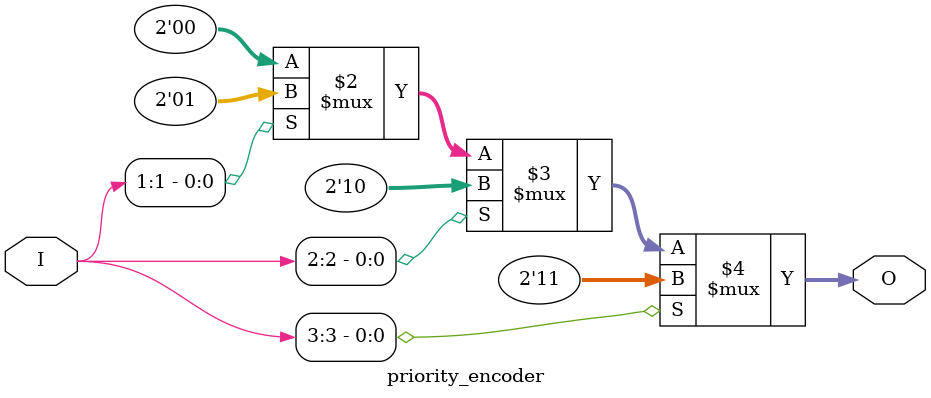
<source format=v>
module priority_encoder( input [3:0]I, output [1:0]O);
//Data Flow Modelling
assign O = (I[3]) ? 2'b11 : 
           (I[2]) ? 2'b10 : 
           (I[1]) ? 2'b01 : 
           (I[0]) ? 2'b00  : 2'b00;  //True false assignment need to be done at the last
endmodule
//Behavioural Modelling
/*
module priority_encoder( input [3:0]I, output reg [1:0]O);
always @(*)
begin
case (I)
4'b0001: O = 2'b00;
4'b001x: O = 2'b01;
4'b01xx: O = 2'b10;
4'b1xxx: O = 2'b11;
default: O = 2'bXX;
end
endmodule
*/

</source>
